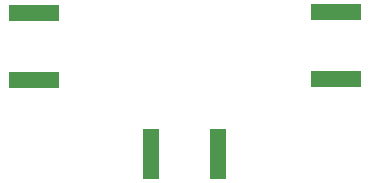
<source format=gbr>
%TF.GenerationSoftware,KiCad,Pcbnew,(6.0.1)*%
%TF.CreationDate,2022-02-11T18:29:38+00:00*%
%TF.ProjectId,Relay_RF_G6E,52656c61-795f-4524-965f-4736452e6b69,rev?*%
%TF.SameCoordinates,Original*%
%TF.FileFunction,Paste,Bot*%
%TF.FilePolarity,Positive*%
%FSLAX46Y46*%
G04 Gerber Fmt 4.6, Leading zero omitted, Abs format (unit mm)*
G04 Created by KiCad (PCBNEW (6.0.1)) date 2022-02-11 18:29:38*
%MOMM*%
%LPD*%
G01*
G04 APERTURE LIST*
%ADD10R,4.200000X1.350000*%
%ADD11R,1.350000X4.200000*%
G04 APERTURE END LIST*
D10*
%TO.C,J2*%
X102223900Y-131526800D03*
X102223900Y-125876800D03*
%TD*%
%TO.C,J4*%
X127823900Y-125800600D03*
X127823900Y-131450600D03*
%TD*%
D11*
%TO.C,J3*%
X112175000Y-137800000D03*
X117825000Y-137800000D03*
%TD*%
M02*

</source>
